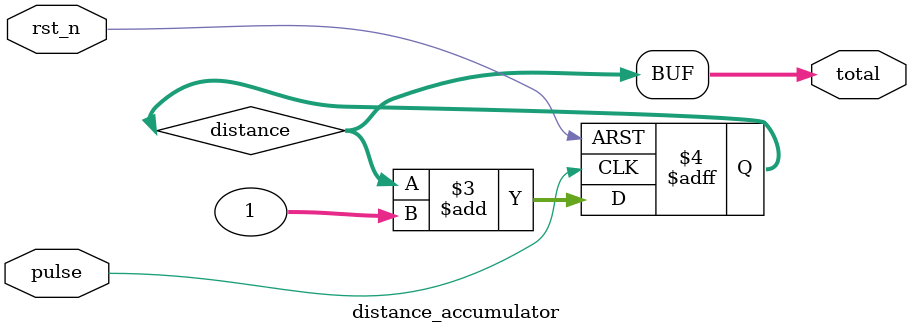
<source format=v>
module distance_accumulator # (
  parameter DW = 32
) (
  input pulse,
  output [DW-1:0] total,
  input rst_n
);

reg [DW-1:0] distance;

always @(posedge pulse or negedge rst_n) begin
  if (rst_n == 1'b0)
    distance <= 32'd0;
  else
    distance <= distance + 32'd1;
end

assign total = distance;

endmodule
</source>
